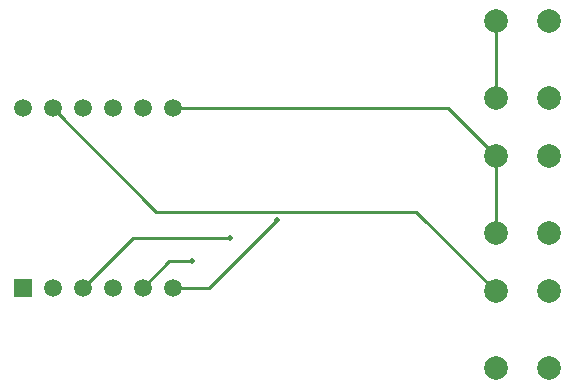
<source format=gbr>
G04 #@! TF.GenerationSoftware,KiCad,Pcbnew,5.0.0+dfsg1-2~bpo9+1*
G04 #@! TF.CreationDate,2018-09-21T22:54:25+03:00*
G04 #@! TF.ProjectId,client,636C69656E742E6B696361645F706362,rev?*
G04 #@! TF.SameCoordinates,Original*
G04 #@! TF.FileFunction,Copper,L1,Top,Signal*
G04 #@! TF.FilePolarity,Positive*
%FSLAX46Y46*%
G04 Gerber Fmt 4.6, Leading zero omitted, Abs format (unit mm)*
G04 Created by KiCad (PCBNEW 5.0.0+dfsg1-2~bpo9+1) date Fri Sep 21 22:54:25 2018*
%MOMM*%
%LPD*%
G01*
G04 APERTURE LIST*
G04 #@! TA.AperFunction,ComponentPad*
%ADD10C,2.000000*%
G04 #@! TD*
G04 #@! TA.AperFunction,ComponentPad*
%ADD11C,1.500000*%
G04 #@! TD*
G04 #@! TA.AperFunction,ComponentPad*
%ADD12R,1.500000X1.500000*%
G04 #@! TD*
G04 #@! TA.AperFunction,ViaPad*
%ADD13C,0.500000*%
G04 #@! TD*
G04 #@! TA.AperFunction,Conductor*
%ADD14C,0.250000*%
G04 #@! TD*
G04 APERTURE END LIST*
D10*
G04 #@! TO.P,SW1,1*
G04 #@! TO.N,Net-(SW1-Pad1)*
X160020000Y-44600000D03*
G04 #@! TO.P,SW1,2*
G04 #@! TO.N,Net-(SW1-Pad2)*
X155520000Y-44600000D03*
G04 #@! TO.P,SW1,1*
G04 #@! TO.N,Net-(SW1-Pad1)*
X160020000Y-38100000D03*
G04 #@! TO.P,SW1,2*
G04 #@! TO.N,Net-(SW1-Pad2)*
X155520000Y-38100000D03*
G04 #@! TD*
G04 #@! TO.P,SW2,1*
G04 #@! TO.N,Net-(SW1-Pad1)*
X160020000Y-56030000D03*
G04 #@! TO.P,SW2,2*
G04 #@! TO.N,Net-(SW2-Pad2)*
X155520000Y-56030000D03*
G04 #@! TO.P,SW2,1*
G04 #@! TO.N,Net-(SW1-Pad1)*
X160020000Y-49530000D03*
G04 #@! TO.P,SW2,2*
G04 #@! TO.N,Net-(SW2-Pad2)*
X155520000Y-49530000D03*
G04 #@! TD*
G04 #@! TO.P,SW3,1*
G04 #@! TO.N,Net-(SW1-Pad1)*
X160020000Y-67460000D03*
G04 #@! TO.P,SW3,2*
G04 #@! TO.N,Net-(SW3-Pad2)*
X155520000Y-67460000D03*
G04 #@! TO.P,SW3,1*
G04 #@! TO.N,Net-(SW1-Pad1)*
X160020000Y-60960000D03*
G04 #@! TO.P,SW3,2*
G04 #@! TO.N,Net-(SW3-Pad2)*
X155520000Y-60960000D03*
G04 #@! TD*
D11*
G04 #@! TO.P,U2,12*
G04 #@! TO.N,Net-(U1-Pad15)*
X115443000Y-45466000D03*
G04 #@! TO.P,U2,11*
G04 #@! TO.N,Net-(SW3-Pad2)*
X117983000Y-45466000D03*
G04 #@! TO.P,U2,10*
G04 #@! TO.N,Net-(U1-Pad7)*
X120523000Y-45466000D03*
G04 #@! TO.P,U2,9*
G04 #@! TO.N,Net-(U1-Pad14)*
X123063000Y-45466000D03*
G04 #@! TO.P,U2,8*
G04 #@! TO.N,Net-(U1-Pad13)*
X125603000Y-45466000D03*
G04 #@! TO.P,U2,7*
G04 #@! TO.N,Net-(SW2-Pad2)*
X128143000Y-45466000D03*
G04 #@! TO.P,U2,6*
G04 #@! TO.N,Net-(U1-Pad12)*
X128143000Y-60706000D03*
G04 #@! TO.P,U2,5*
G04 #@! TO.N,Net-(U1-Pad8)*
X125603000Y-60706000D03*
G04 #@! TO.P,U2,4*
G04 #@! TO.N,Net-(SW1-Pad2)*
X123063000Y-60706000D03*
G04 #@! TO.P,U2,3*
G04 #@! TO.N,Net-(U1-Pad9)*
X120523000Y-60706000D03*
G04 #@! TO.P,U2,2*
G04 #@! TO.N,Net-(U1-Pad5)*
X117983000Y-60706000D03*
D12*
G04 #@! TO.P,U2,1*
G04 #@! TO.N,Net-(U1-Pad6)*
X115443000Y-60706000D03*
G04 #@! TD*
D13*
G04 #@! TO.N,Net-(U1-Pad8)*
X129814000Y-58424200D03*
G04 #@! TO.N,Net-(U1-Pad9)*
X132997200Y-56471400D03*
G04 #@! TO.N,Net-(U1-Pad12)*
X136993500Y-54903500D03*
G04 #@! TD*
D14*
G04 #@! TO.N,Net-(SW1-Pad2)*
X155520000Y-38100000D02*
X155520000Y-44600000D01*
G04 #@! TO.N,Net-(SW2-Pad2)*
X128143000Y-45466000D02*
X151456000Y-45466000D01*
X151456000Y-45466000D02*
X155520000Y-49530000D01*
X155520000Y-49530000D02*
X155520000Y-56030000D01*
G04 #@! TO.N,Net-(SW3-Pad2)*
X155520000Y-60960000D02*
X148788200Y-54228200D01*
X148788200Y-54228200D02*
X126745200Y-54228200D01*
X126745200Y-54228200D02*
X117983000Y-45466000D01*
G04 #@! TO.N,Net-(U1-Pad8)*
X125603000Y-60706000D02*
X127884800Y-58424200D01*
X127884800Y-58424200D02*
X129814000Y-58424200D01*
G04 #@! TO.N,Net-(U1-Pad9)*
X120523000Y-60706000D02*
X124757600Y-56471400D01*
X124757600Y-56471400D02*
X132997200Y-56471400D01*
G04 #@! TO.N,Net-(U1-Pad12)*
X128143000Y-60706000D02*
X131191000Y-60706000D01*
X131191000Y-60706000D02*
X136993500Y-54903500D01*
G04 #@! TD*
M02*

</source>
